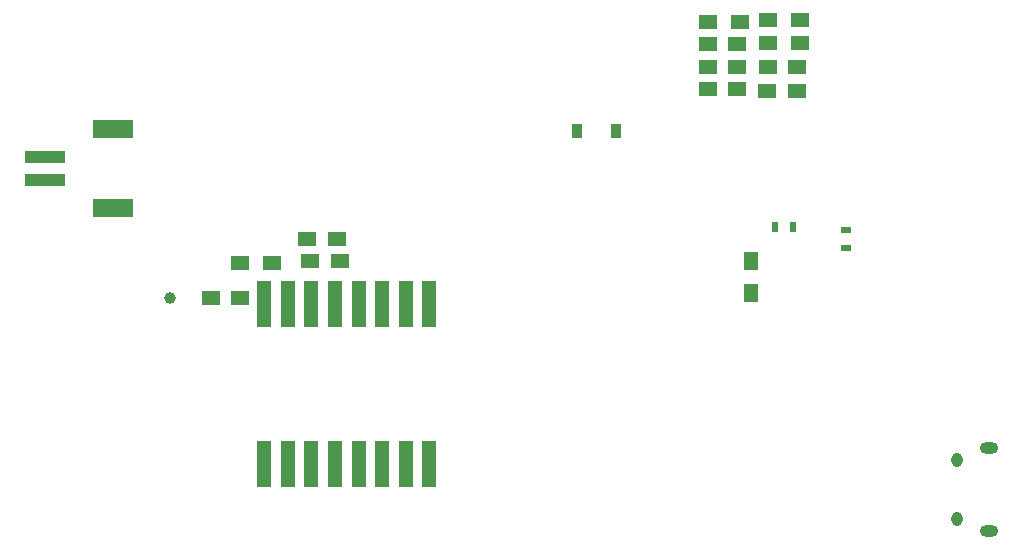
<source format=gbr>
G04 #@! TF.GenerationSoftware,KiCad,Pcbnew,(5.1.2)-1*
G04 #@! TF.CreationDate,2019-08-13T17:52:10+02:00*
G04 #@! TF.ProjectId,tinyRF24,74696e79-5246-4323-942e-6b696361645f,rev?*
G04 #@! TF.SameCoordinates,Original*
G04 #@! TF.FileFunction,Soldermask,Bot*
G04 #@! TF.FilePolarity,Negative*
%FSLAX46Y46*%
G04 Gerber Fmt 4.6, Leading zero omitted, Abs format (unit mm)*
G04 Created by KiCad (PCBNEW (5.1.2)-1) date 2019-08-13 17:52:10*
%MOMM*%
%LPD*%
G04 APERTURE LIST*
%ADD10R,1.500000X1.300000*%
%ADD11R,1.200000X4.000000*%
%ADD12R,1.500000X1.250000*%
%ADD13C,1.000000*%
%ADD14R,0.900000X1.200000*%
%ADD15R,3.400000X1.500000*%
%ADD16R,3.500000X1.000000*%
%ADD17O,0.950000X1.250000*%
%ADD18O,1.550000X1.000000*%
%ADD19R,1.300000X1.500000*%
%ADD20R,0.900000X0.500000*%
%ADD21R,0.500000X0.900000*%
G04 APERTURE END LIST*
D10*
X146130000Y-59309000D03*
X143430000Y-59309000D03*
X106540000Y-79730000D03*
X103840000Y-79730000D03*
D11*
X119840000Y-96730000D03*
X117840000Y-96730000D03*
X115840000Y-96730000D03*
X113840000Y-96730000D03*
X111840000Y-96730000D03*
X109840000Y-96730000D03*
X107840000Y-96730000D03*
X105840000Y-96730000D03*
X105840000Y-83230000D03*
X107840000Y-83230000D03*
X109840000Y-83230000D03*
X111840000Y-83230000D03*
X113840000Y-83230000D03*
X115840000Y-83230000D03*
X117840000Y-83230000D03*
X119840000Y-83230000D03*
D12*
X109737000Y-79608000D03*
X112237000Y-79608000D03*
X103840000Y-82730000D03*
X101340000Y-82730000D03*
D10*
X148510000Y-61087000D03*
X151210000Y-61087000D03*
D13*
X97840400Y-82730000D03*
D12*
X111974000Y-77724000D03*
X109474000Y-77724000D03*
X143403000Y-63119000D03*
X145903000Y-63119000D03*
X143403000Y-65024000D03*
X145903000Y-65024000D03*
X150963000Y-65151000D03*
X148463000Y-65151000D03*
X148503000Y-63119000D03*
X151003000Y-63119000D03*
X145903000Y-61214000D03*
X143403000Y-61214000D03*
D10*
X148510000Y-59182000D03*
X151210000Y-59182000D03*
D14*
X132335000Y-68580000D03*
X135635000Y-68580000D03*
D15*
X93045000Y-75105000D03*
X93045000Y-68405000D03*
D16*
X87295000Y-72755000D03*
X87295000Y-70755000D03*
D17*
X164512000Y-101433000D03*
X164512000Y-96433000D03*
D18*
X167212000Y-102433000D03*
X167212000Y-95433000D03*
D19*
X147066000Y-82312500D03*
X147066000Y-79612500D03*
D20*
X155130500Y-76974000D03*
X155130500Y-78474000D03*
D21*
X149110000Y-76708000D03*
X150610000Y-76708000D03*
M02*

</source>
